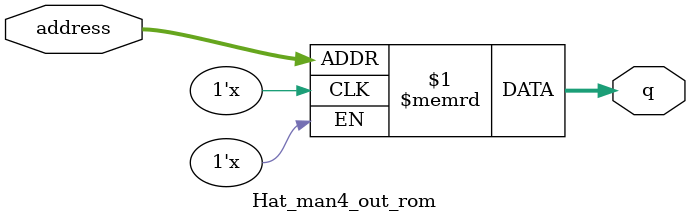
<source format=sv>
module Hat_man4_out_rom (
	input logic [12:0] address,
	output logic [3:0] q
);

logic [3:0] memory [0:4899] /* synthesis ram_init_file = "./Hat_man4_out/Hat_man4_out.mif" */;


	assign q = memory[address];

endmodule

</source>
